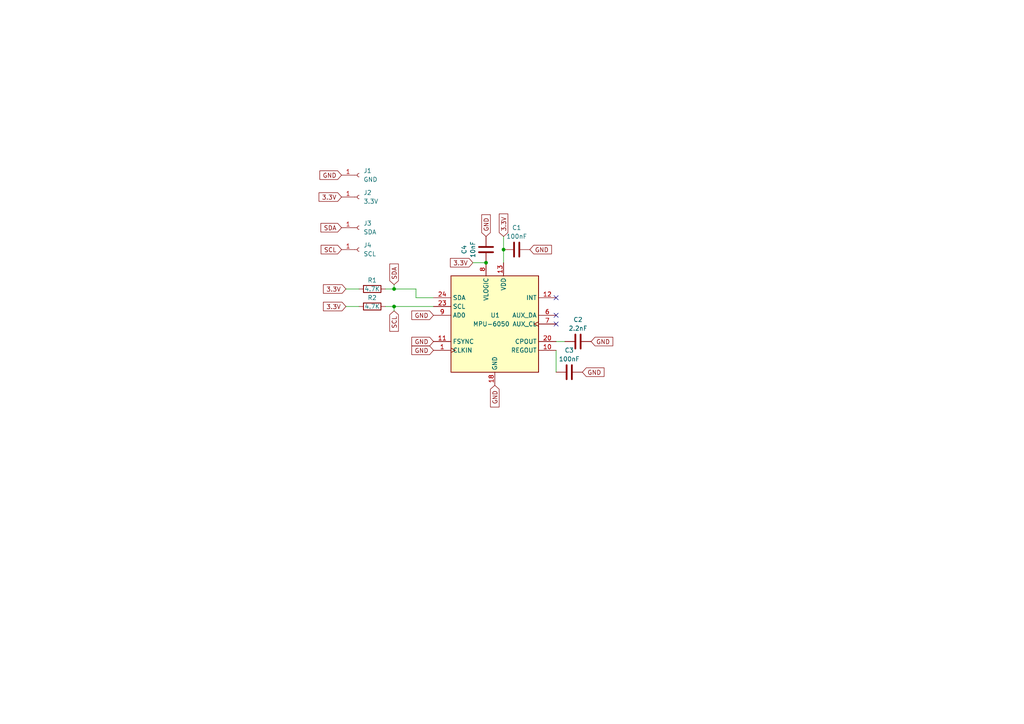
<source format=kicad_sch>
(kicad_sch (version 20230121) (generator eeschema)
  (paper "A4")
  (lib_symbols
    (symbol "Connector:Conn_01x01_Socket" (pin_names (offset 1.016) hide)
      (property "Reference" "J" (at 0 2.54 0))
      (property "Value" "Conn_01x01_Socket" (at 0 -2.54 0))
      (symbol "Conn_01x01_Socket_1_1"
        (polyline (pts (xy -1.27 0) (xy -0.508 0)) (stroke (width 0.1524)))
        (arc (start 0 0.508) (mid -0.5058 0) (end 0 -0.508) (stroke (width 0.1524)))
        (pin passive line (at -5.08 0 0) (length 3.81) (name "Pin_1") (number "1"))
      )
    )
    (symbol "Device:C" (pin_numbers hide) (pin_names (offset 0.254))
      (property "Reference" "C" (at 0.635 2.54 0))
      (property "Value" "C" (at 0.635 -2.54 0))
      (symbol "C_0_1"
        (polyline (pts (xy -2.032 -0.762) (xy 2.032 -0.762)) (stroke (width 0.508)))
        (polyline (pts (xy -2.032 0.762) (xy 2.032 0.762)) (stroke (width 0.508)))
      )
      (symbol "C_1_1"
        (pin passive line (at 0 3.81 270) (length 2.794) (name "~") (number "1"))
        (pin passive line (at 0 -3.81 90) (length 2.794) (name "~") (number "2"))
      )
    )
    (symbol "Device:R" (pin_numbers hide) (pin_names (offset 0))
      (property "Reference" "R" (at 2.032 0 90))
      (property "Value" "R" (at 0 0 90))
      (symbol "R_0_1"
        (rectangle (start -1.016 -2.54) (end 1.016 2.54) (stroke (width 0.254)))
      )
      (symbol "R_1_1"
        (pin passive line (at 0 3.81 270) (length 1.27) (name "~") (number "1"))
        (pin passive line (at 0 -3.81 90) (length 1.27) (name "~") (number "2"))
      )
    )
    (symbol "Sensor_Motion:MPU-6050"
      (property "Reference" "U" (at -11.43 13.97 0))
      (property "Value" "MPU-6050" (at 7.62 -15.24 0))
      (symbol "MPU-6050_0_0"
        (text "" (at 12.7 -2.54 0) (effects (font (size 1.27 1.27))))
      )
      (symbol "MPU-6050_0_1"
        (rectangle (start -12.7 13.97) (end 12.7 -13.97) (stroke (width 0.254)) (fill (type background)))
      )
      (symbol "MPU-6050_1_1"
        (pin input clock (at -17.78 -7.62 0) (length 5.08) (name "CLKIN") (number "1"))
        (pin passive line (at 17.78 -7.62 180) (length 5.08) (name "REGOUT") (number "10"))
        (pin input line (at -17.78 -5.08 0) (length 5.08) (name "FSYNC") (number "11"))
        (pin output line (at 17.78 7.62 180) (length 5.08) (name "INT") (number "12"))
        (pin power_in line (at 2.54 17.78 270) (length 3.81) (name "VDD") (number "13"))
        (pin no_connect line (at -12.7 -10.16 0) (length 2.54) hide (name "NC") (number "14"))
        (pin no_connect line (at 12.7 12.7 180) (length 2.54) hide (name "NC") (number "15"))
        (pin no_connect line (at 12.7 10.16 180) (length 2.54) hide (name "NC") (number "16"))
        (pin no_connect line (at 12.7 5.08 180) (length 2.54) hide (name "NC") (number "17"))
        (pin power_in line (at 0 -17.78 90) (length 3.81) (name "GND") (number "18"))
        (pin no_connect line (at 12.7 -10.16 180) (length 2.54) hide (name "RESV") (number "19"))
        (pin no_connect line (at -12.7 12.7 0) (length 2.54) hide (name "NC") (number "2"))
        (pin passive line (at 17.78 -5.08 180) (length 5.08) (name "CPOUT") (number "20"))
        (pin no_connect line (at 12.7 -2.54 180) (length 2.54) hide (name "RESV") (number "21"))
        (pin no_connect line (at 12.7 -12.7 180) (length 2.54) hide (name "RESV") (number "22"))
        (pin input line (at -17.78 5.08 0) (length 5.08) (name "SCL") (number "23"))
        (pin bidirectional line (at -17.78 7.62 0) (length 5.08) (name "SDA") (number "24"))
        (pin no_connect line (at -12.7 10.16 0) (length 2.54) hide (name "NC") (number "3"))
        (pin no_connect line (at -12.7 0 0) (length 2.54) hide (name "NC") (number "4"))
        (pin no_connect line (at -12.7 -2.54 0) (length 2.54) hide (name "NC") (number "5"))
        (pin bidirectional line (at 17.78 2.54 180) (length 5.08) (name "AUX_DA") (number "6"))
        (pin output clock (at 17.78 0 180) (length 5.08) (name "AUX_CL") (number "7"))
        (pin power_in line (at -2.54 17.78 270) (length 3.81) (name "VLOGIC") (number "8"))
        (pin input line (at -17.78 2.54 0) (length 5.08) (name "AD0") (number "9"))
      )
    )
  )
  (junction (at 114.3 88.9))
  (junction (at 140.97 76.2))
  (junction (at 114.3 83.82))
  (junction (at 146.05 72.39))
  (no_connect (at 161.29 93.98))
  (no_connect (at 161.29 86.36))
  (no_connect (at 161.29 91.44))
  (wire (pts (xy 146.05 68.58) (xy 146.05 72.39)))
  (wire (pts (xy 114.3 83.82) (xy 120.65 83.82)))
  (wire (pts (xy 146.05 72.39) (xy 146.05 76.2)))
  (wire (pts (xy 125.73 86.36) (xy 120.65 86.36)))
  (wire (pts (xy 137.16 76.2) (xy 140.97 76.2)))
  (wire (pts (xy 161.29 99.06) (xy 163.83 99.06)))
  (wire (pts (xy 114.3 90.17) (xy 114.3 88.9)))
  (wire (pts (xy 161.29 101.6) (xy 161.29 107.95)))
  (wire (pts (xy 100.33 83.82) (xy 104.14 83.82)))
  (wire (pts (xy 111.76 88.9) (xy 114.3 88.9)))
  (wire (pts (xy 120.65 86.36) (xy 120.65 83.82)))
  (wire (pts (xy 111.76 83.82) (xy 114.3 83.82)))
  (wire (pts (xy 114.3 88.9) (xy 125.73 88.9)))
  (wire (pts (xy 114.3 82.55) (xy 114.3 83.82)))
  (wire (pts (xy 100.33 88.9) (xy 104.14 88.9)))
  (global_label "GND" (shape input) (at 125.73 91.44 180) (property "Intersheetrefs" "${INTERSHEET_REFS}" (effects hide)))
  (global_label "GND" (shape input) (at 125.73 101.6 180) (property "Intersheetrefs" "${INTERSHEET_REFS}" (effects hide)))
  (global_label "SDA" (shape input) (at 99.06 66.04 180) (property "Intersheetrefs" "${INTERSHEET_REFS}" (effects hide)))
  (global_label "GND" (shape input) (at 99.06 50.8 180) (property "Intersheetrefs" "${INTERSHEET_REFS}" (effects hide)))
  (global_label "SDA" (shape input) (at 114.3 82.55 90) (property "Intersheetrefs" "${INTERSHEET_REFS}" (effects hide)))
  (global_label "SCL" (shape input) (at 114.3 90.17 270) (property "Intersheetrefs" "${INTERSHEET_REFS}" (effects hide)))
  (global_label "3.3V" (shape input) (at 100.33 88.9 180) (property "Intersheetrefs" "${INTERSHEET_REFS}" (effects hide)))
  (global_label "GND" (shape input) (at 168.91 107.95 0) (property "Intersheetrefs" "${INTERSHEET_REFS}" (effects hide)))
  (global_label "3.3V" (shape input) (at 99.06 57.15 180) (property "Intersheetrefs" "${INTERSHEET_REFS}" (effects hide)))
  (global_label "GND" (shape input) (at 171.45 99.06 0) (property "Intersheetrefs" "${INTERSHEET_REFS}" (effects hide)))
  (global_label "SCL" (shape input) (at 99.06 72.39 180) (property "Intersheetrefs" "${INTERSHEET_REFS}" (effects hide)))
  (global_label "3.3V" (shape input) (at 100.33 83.82 180) (property "Intersheetrefs" "${INTERSHEET_REFS}" (effects hide)))
  (global_label "GND" (shape input) (at 153.67 72.39 0) (property "Intersheetrefs" "${INTERSHEET_REFS}" (effects hide)))
  (global_label "3.3V" (shape input) (at 137.16 76.2 180) (property "Intersheetrefs" "${INTERSHEET_REFS}" (effects hide)))
  (global_label "GND" (shape input) (at 140.97 68.58 90) (property "Intersheetrefs" "${INTERSHEET_REFS}" (effects hide)))
  (global_label "GND" (shape input) (at 125.73 99.06 180) (property "Intersheetrefs" "${INTERSHEET_REFS}" (effects hide)))
  (global_label "GND" (shape input) (at 143.51 111.76 270) (property "Intersheetrefs" "${INTERSHEET_REFS}" (effects hide)))
  (global_label "3.3V" (shape input) (at 146.05 68.58 90) (property "Intersheetrefs" "${INTERSHEET_REFS}" (effects hide)))
  (symbol (lib_id "Connector:Conn_01x01_Socket") (at 104.14 57.15 0) (unit 1)
    (property "Reference" "J2" (at 105.41 55.88 0) (effects (justify left)))
    (property "Value" "3.3V" (at 105.41 58.42 0) (effects (justify left)))
    (property "Footprint" "Connector_PinHeader_2.54mm:PinHeader_1x01_P2.54mm_Vertical" (effects hide))
  )
  (symbol (lib_id "Device:C") (at 149.86 72.39 90) (unit 1)
    (property "Reference" "C1" (at 149.86 66.04 90))
    (property "Value" "100nF" (at 149.86 68.58 90))
    (property "Footprint" "Capacitor_SMD:C_0805_2012Metric_Pad1.18x1.45mm_HandSolder" (effects hide))
  )
  (symbol (lib_id "Device:C") (at 140.97 72.39 180) (unit 1)
    (property "Reference" "C4" (at 134.62 72.39 90))
    (property "Value" "10nF" (at 137.16 72.39 90))
    (property "Footprint" "Capacitor_SMD:C_0805_2012Metric_Pad1.18x1.45mm_HandSolder" (effects hide))
  )
  (symbol (lib_id "Device:C") (at 167.64 99.06 90) (unit 1)
    (property "Reference" "C2" (at 167.64 92.71 90))
    (property "Value" "2.2nF" (at 167.64 95.25 90))
    (property "Footprint" "Capacitor_SMD:C_0805_2012Metric_Pad1.18x1.45mm_HandSolder" (effects hide))
  )
  (symbol (lib_id "Connector:Conn_01x01_Socket") (at 104.14 66.04 0) (unit 1)
    (property "Reference" "J3" (at 105.41 64.77 0) (effects (justify left)))
    (property "Value" "SDA" (at 105.41 67.31 0) (effects (justify left)))
    (property "Footprint" "Connector_PinHeader_2.54mm:PinHeader_1x01_P2.54mm_Vertical" (effects hide))
  )
  (symbol (lib_id "Device:C") (at 165.1 107.95 90) (unit 1)
    (property "Reference" "C3" (at 165.1 101.6 90))
    (property "Value" "100nF" (at 165.1 104.14 90))
    (property "Footprint" "Capacitor_SMD:C_0805_2012Metric_Pad1.18x1.45mm_HandSolder" (effects hide))
  )
  (symbol (lib_id "Connector:Conn_01x01_Socket") (at 104.14 72.39 0) (unit 1)
    (property "Reference" "J4" (at 105.41 71.12 0) (effects (justify left)))
    (property "Value" "SCL" (at 105.41 73.66 0) (effects (justify left)))
    (property "Footprint" "Connector_PinHeader_2.54mm:PinHeader_1x01_P2.54mm_Vertical" (effects hide))
  )
  (symbol (lib_id "Device:R") (at 107.95 88.9 90) (unit 1)
    (property "Reference" "R2" (at 107.95 86.36 90))
    (property "Value" "4.7K" (at 107.95 88.9 90))
    (property "Footprint" "Resistor_SMD:R_0805_2012Metric_Pad1.20x1.40mm_HandSolder" (effects hide))
  )
  (symbol (lib_id "Connector:Conn_01x01_Socket") (at 104.14 50.8 0) (unit 1)
    (property "Reference" "J1" (at 105.41 49.53 0) (effects (justify left)))
    (property "Value" "GND" (at 105.41 52.07 0) (effects (justify left)))
    (property "Footprint" "Connector_PinHeader_2.54mm:PinHeader_1x01_P2.54mm_Vertical" (effects hide))
  )
  (symbol (lib_id "Device:R") (at 107.95 83.82 90) (unit 1)
    (property "Reference" "R1" (at 107.95 81.28 90))
    (property "Value" "4.7K" (at 107.95 83.82 90))
    (property "Footprint" "Resistor_SMD:R_0805_2012Metric_Pad1.20x1.40mm_HandSolder" (effects hide))
  )
  (symbol (lib_id "Sensor_Motion:MPU-6050") (at 143.51 93.98 0) (unit 1)
    (property "Reference" "U1" (at 142.24 91.44 0) (effects (justify left)))
    (property "Value" "MPU-6050" (at 137.16 93.98 0) (effects (justify left)))
    (property "Footprint" "Sensor_Motion:InvenSense_QFN-24_4x4mm_P0.5mm" (effects hide))
    (property "Datasheet" "https://invensense.tdk.com/wp-content/uploads/2015/02/MPU-6000-Datasheet1.pdf" (effects hide))
  )
)
</source>
